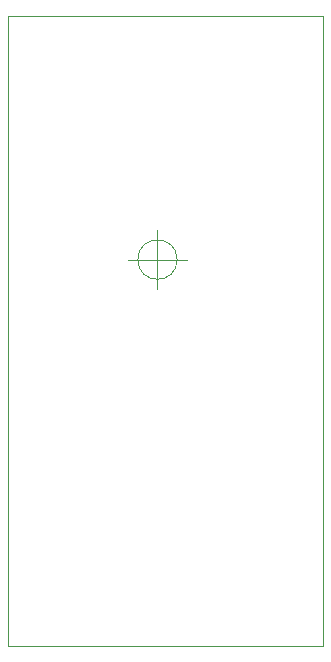
<source format=gbr>
G04 #@! TF.GenerationSoftware,KiCad,Pcbnew,(5.1.6)-1*
G04 #@! TF.CreationDate,2020-07-07T10:11:21-05:00*
G04 #@! TF.ProjectId,Ductos,44756374-6f73-42e6-9b69-6361645f7063,rev?*
G04 #@! TF.SameCoordinates,Original*
G04 #@! TF.FileFunction,Profile,NP*
%FSLAX46Y46*%
G04 Gerber Fmt 4.6, Leading zero omitted, Abs format (unit mm)*
G04 Created by KiCad (PCBNEW (5.1.6)-1) date 2020-07-07 10:11:21*
%MOMM*%
%LPD*%
G01*
G04 APERTURE LIST*
G04 #@! TA.AperFunction,Profile*
%ADD10C,0.050000*%
G04 #@! TD*
G04 APERTURE END LIST*
D10*
X58420000Y-85090000D02*
X31750000Y-85090000D01*
X58420000Y-31750000D02*
X58420000Y-85090000D01*
X31750000Y-31750000D02*
X58420000Y-31750000D01*
X31750000Y-85090000D02*
X31750000Y-31750000D01*
X46056666Y-52380000D02*
G75*
G03*
X46056666Y-52380000I-1666666J0D01*
G01*
X41890000Y-52380000D02*
X46890000Y-52380000D01*
X44390000Y-49880000D02*
X44390000Y-54880000D01*
M02*

</source>
